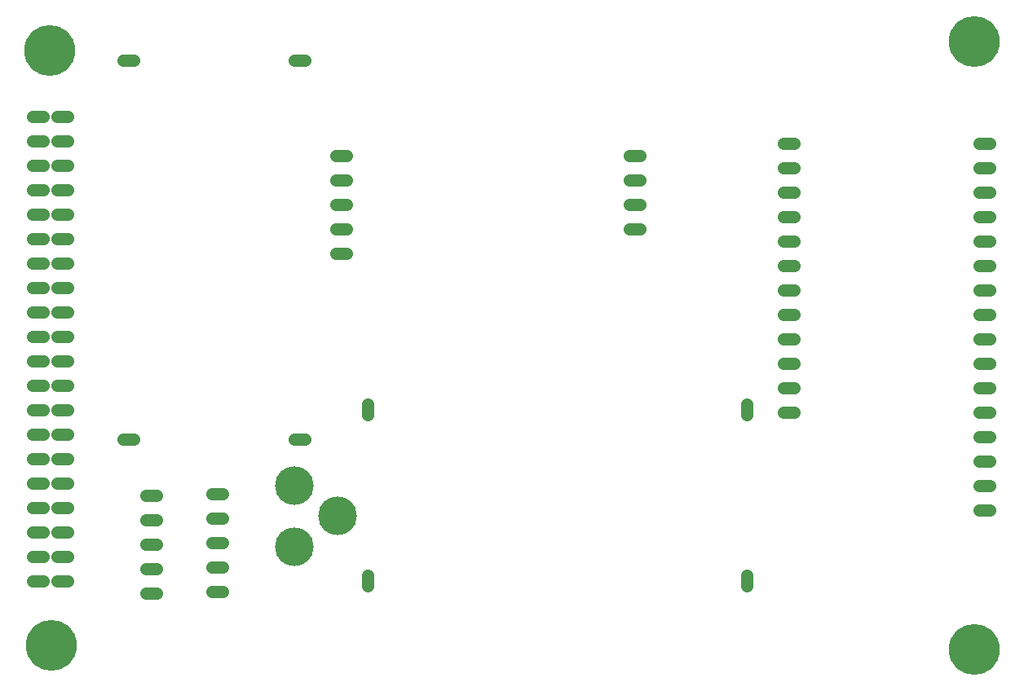
<source format=gbr>
G04 EAGLE Gerber RS-274X export*
G75*
%MOMM*%
%FSLAX34Y34*%
%LPD*%
%INSoldermask Bottom*%
%IPPOS*%
%AMOC8*
5,1,8,0,0,1.08239X$1,22.5*%
G01*
%ADD10C,5.283200*%
%ADD11C,1.311200*%
%ADD12C,4.013200*%


D10*
X1059180Y78740D03*
X100330Y82550D03*
X99060Y701040D03*
X1059180Y709930D03*
D11*
X429260Y155400D02*
X429260Y144320D01*
X429260Y322120D02*
X429260Y333200D01*
X822960Y333200D02*
X822960Y322120D01*
X822960Y155400D02*
X822960Y144320D01*
X860600Y579120D02*
X871680Y579120D01*
X871680Y604520D02*
X860600Y604520D01*
X860600Y553720D02*
X871680Y553720D01*
X871680Y528320D02*
X860600Y528320D01*
X860600Y502920D02*
X871680Y502920D01*
X871680Y477520D02*
X860600Y477520D01*
X860600Y452120D02*
X871680Y452120D01*
X871680Y426720D02*
X860600Y426720D01*
X860600Y401320D02*
X871680Y401320D01*
X871680Y375920D02*
X860600Y375920D01*
X860600Y350520D02*
X871680Y350520D01*
X871680Y325120D02*
X860600Y325120D01*
X1063800Y604520D02*
X1074880Y604520D01*
X1074880Y579120D02*
X1063800Y579120D01*
X1063800Y553720D02*
X1074880Y553720D01*
X1074880Y528320D02*
X1063800Y528320D01*
X1063800Y502920D02*
X1074880Y502920D01*
X1074880Y477520D02*
X1063800Y477520D01*
X1063800Y452120D02*
X1074880Y452120D01*
X1074880Y426720D02*
X1063800Y426720D01*
X1063800Y401320D02*
X1074880Y401320D01*
X1074880Y375920D02*
X1063800Y375920D01*
X1063800Y350520D02*
X1074880Y350520D01*
X1074880Y325120D02*
X1063800Y325120D01*
X1063800Y299720D02*
X1074880Y299720D01*
X1074880Y274320D02*
X1063800Y274320D01*
X1063800Y248920D02*
X1074880Y248920D01*
X1074880Y223520D02*
X1063800Y223520D01*
X406860Y591820D02*
X395780Y591820D01*
X395780Y566420D02*
X406860Y566420D01*
X406860Y541020D02*
X395780Y541020D01*
X395780Y515620D02*
X406860Y515620D01*
X406860Y490220D02*
X395780Y490220D01*
X700580Y591820D02*
X711660Y591820D01*
X711660Y566420D02*
X700580Y566420D01*
X700580Y541020D02*
X711660Y541020D01*
X711660Y515620D02*
X700580Y515620D01*
D12*
X397510Y217170D03*
X353060Y185420D03*
X353060Y248920D03*
D11*
X278590Y138430D02*
X267510Y138430D01*
X267510Y163830D02*
X278590Y163830D01*
X278590Y189230D02*
X267510Y189230D01*
X267510Y214630D02*
X278590Y214630D01*
X278590Y240030D02*
X267510Y240030D01*
X210010Y137160D02*
X198930Y137160D01*
X198930Y162560D02*
X210010Y162560D01*
X210010Y187960D02*
X198930Y187960D01*
X198930Y213360D02*
X210010Y213360D01*
X210010Y238760D02*
X198930Y238760D01*
X352600Y297180D02*
X363680Y297180D01*
X185880Y297180D02*
X174800Y297180D01*
X174800Y690880D02*
X185880Y690880D01*
X352600Y690880D02*
X363680Y690880D01*
X117300Y632460D02*
X106220Y632460D01*
X106220Y607060D02*
X117300Y607060D01*
X117300Y581660D02*
X106220Y581660D01*
X106220Y556260D02*
X117300Y556260D01*
X117300Y530860D02*
X106220Y530860D01*
X106220Y505460D02*
X117300Y505460D01*
X117300Y480060D02*
X106220Y480060D01*
X106220Y454660D02*
X117300Y454660D01*
X117300Y429260D02*
X106220Y429260D01*
X106220Y403860D02*
X117300Y403860D01*
X117300Y378460D02*
X106220Y378460D01*
X106220Y353060D02*
X117300Y353060D01*
X117300Y327660D02*
X106220Y327660D01*
X106220Y302260D02*
X117300Y302260D01*
X117300Y276860D02*
X106220Y276860D01*
X106220Y251460D02*
X117300Y251460D01*
X117300Y226060D02*
X106220Y226060D01*
X106220Y200660D02*
X117300Y200660D01*
X117300Y175260D02*
X106220Y175260D01*
X106220Y149860D02*
X117300Y149860D01*
X91900Y632460D02*
X80820Y632460D01*
X80820Y607060D02*
X91900Y607060D01*
X91900Y581660D02*
X80820Y581660D01*
X80820Y556260D02*
X91900Y556260D01*
X91900Y530860D02*
X80820Y530860D01*
X80820Y505460D02*
X91900Y505460D01*
X91900Y480060D02*
X80820Y480060D01*
X80820Y454660D02*
X91900Y454660D01*
X91900Y429260D02*
X80820Y429260D01*
X80820Y403860D02*
X91900Y403860D01*
X91900Y378460D02*
X80820Y378460D01*
X80820Y353060D02*
X91900Y353060D01*
X91900Y327660D02*
X80820Y327660D01*
X80820Y302260D02*
X91900Y302260D01*
X91900Y276860D02*
X80820Y276860D01*
X80820Y251460D02*
X91900Y251460D01*
X91900Y226060D02*
X80820Y226060D01*
X80820Y200660D02*
X91900Y200660D01*
X91900Y175260D02*
X80820Y175260D01*
X80820Y149860D02*
X91900Y149860D01*
M02*

</source>
